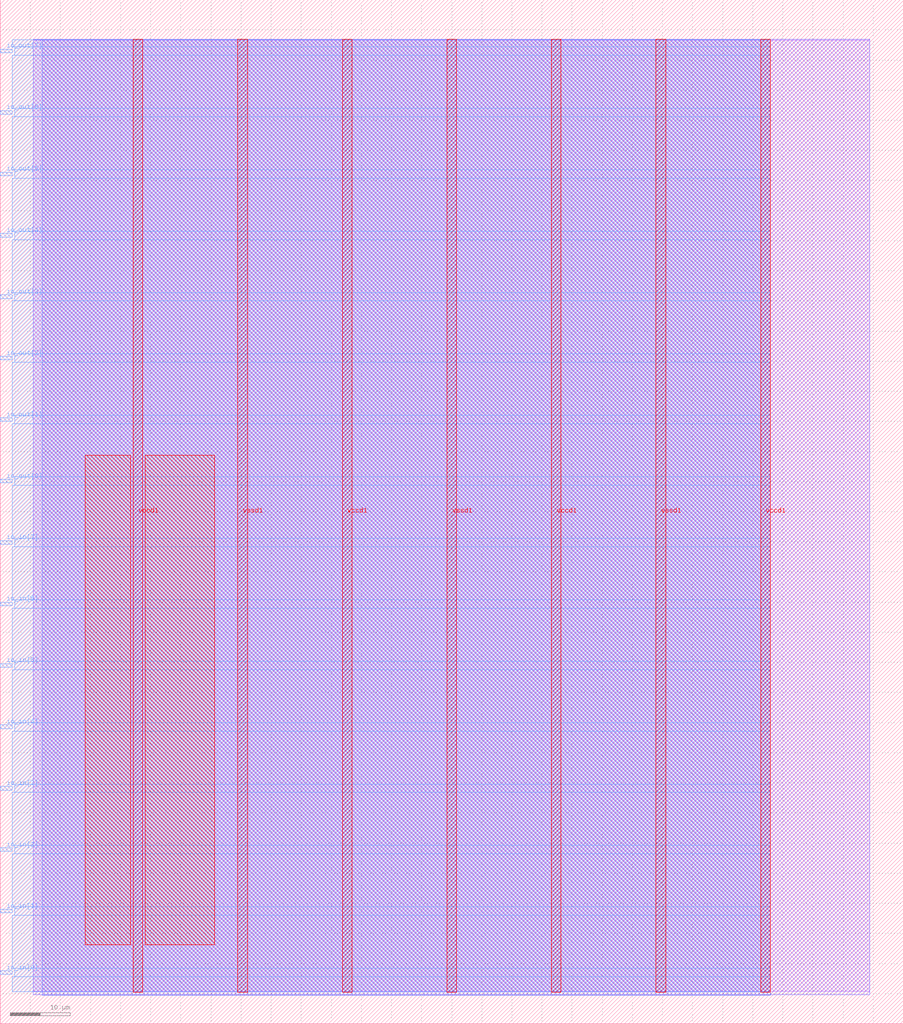
<source format=lef>
VERSION 5.7 ;
  NOWIREEXTENSIONATPIN ON ;
  DIVIDERCHAR "/" ;
  BUSBITCHARS "[]" ;
MACRO asinghani_beepboop
  CLASS BLOCK ;
  FOREIGN asinghani_beepboop ;
  ORIGIN 0.000 0.000 ;
  SIZE 150.000 BY 170.000 ;
  PIN io_in[0]
    DIRECTION INPUT ;
    USE SIGNAL ;
    PORT
      LAYER met3 ;
        RECT 0.000 8.200 2.000 8.800 ;
    END
  END io_in[0]
  PIN io_in[1]
    DIRECTION INPUT ;
    USE SIGNAL ;
    PORT
      LAYER met3 ;
        RECT 0.000 18.400 2.000 19.000 ;
    END
  END io_in[1]
  PIN io_in[2]
    DIRECTION INPUT ;
    USE SIGNAL ;
    PORT
      LAYER met3 ;
        RECT 0.000 28.600 2.000 29.200 ;
    END
  END io_in[2]
  PIN io_in[3]
    DIRECTION INPUT ;
    USE SIGNAL ;
    PORT
      LAYER met3 ;
        RECT 0.000 38.800 2.000 39.400 ;
    END
  END io_in[3]
  PIN io_in[4]
    DIRECTION INPUT ;
    USE SIGNAL ;
    PORT
      LAYER met3 ;
        RECT 0.000 49.000 2.000 49.600 ;
    END
  END io_in[4]
  PIN io_in[5]
    DIRECTION INPUT ;
    USE SIGNAL ;
    PORT
      LAYER met3 ;
        RECT 0.000 59.200 2.000 59.800 ;
    END
  END io_in[5]
  PIN io_in[6]
    DIRECTION INPUT ;
    USE SIGNAL ;
    PORT
      LAYER met3 ;
        RECT 0.000 69.400 2.000 70.000 ;
    END
  END io_in[6]
  PIN io_in[7]
    DIRECTION INPUT ;
    USE SIGNAL ;
    PORT
      LAYER met3 ;
        RECT 0.000 79.600 2.000 80.200 ;
    END
  END io_in[7]
  PIN io_out[0]
    DIRECTION OUTPUT TRISTATE ;
    USE SIGNAL ;
    PORT
      LAYER met3 ;
        RECT 0.000 89.800 2.000 90.400 ;
    END
  END io_out[0]
  PIN io_out[1]
    DIRECTION OUTPUT TRISTATE ;
    USE SIGNAL ;
    PORT
      LAYER met3 ;
        RECT 0.000 100.000 2.000 100.600 ;
    END
  END io_out[1]
  PIN io_out[2]
    DIRECTION OUTPUT TRISTATE ;
    USE SIGNAL ;
    PORT
      LAYER met3 ;
        RECT 0.000 110.200 2.000 110.800 ;
    END
  END io_out[2]
  PIN io_out[3]
    DIRECTION OUTPUT TRISTATE ;
    USE SIGNAL ;
    PORT
      LAYER met3 ;
        RECT 0.000 120.400 2.000 121.000 ;
    END
  END io_out[3]
  PIN io_out[4]
    DIRECTION OUTPUT TRISTATE ;
    USE SIGNAL ;
    PORT
      LAYER met3 ;
        RECT 0.000 130.600 2.000 131.200 ;
    END
  END io_out[4]
  PIN io_out[5]
    DIRECTION OUTPUT TRISTATE ;
    USE SIGNAL ;
    PORT
      LAYER met3 ;
        RECT 0.000 140.800 2.000 141.400 ;
    END
  END io_out[5]
  PIN io_out[6]
    DIRECTION OUTPUT TRISTATE ;
    USE SIGNAL ;
    PORT
      LAYER met3 ;
        RECT 0.000 151.000 2.000 151.600 ;
    END
  END io_out[6]
  PIN io_out[7]
    DIRECTION OUTPUT TRISTATE ;
    USE SIGNAL ;
    PORT
      LAYER met3 ;
        RECT 0.000 161.200 2.000 161.800 ;
    END
  END io_out[7]
  PIN vccd1
    DIRECTION INOUT ;
    USE POWER ;
    PORT
      LAYER met4 ;
        RECT 22.090 5.200 23.690 163.440 ;
    END
    PORT
      LAYER met4 ;
        RECT 56.830 5.200 58.430 163.440 ;
    END
    PORT
      LAYER met4 ;
        RECT 91.570 5.200 93.170 163.440 ;
    END
    PORT
      LAYER met4 ;
        RECT 126.310 5.200 127.910 163.440 ;
    END
  END vccd1
  PIN vssd1
    DIRECTION INOUT ;
    USE GROUND ;
    PORT
      LAYER met4 ;
        RECT 39.460 5.200 41.060 163.440 ;
    END
    PORT
      LAYER met4 ;
        RECT 74.200 5.200 75.800 163.440 ;
    END
    PORT
      LAYER met4 ;
        RECT 108.940 5.200 110.540 163.440 ;
    END
  END vssd1
  OBS
      LAYER li1 ;
        RECT 5.520 5.355 144.440 163.285 ;
      LAYER met1 ;
        RECT 5.520 4.800 144.440 163.440 ;
      LAYER met2 ;
        RECT 6.990 4.770 127.880 163.385 ;
      LAYER met3 ;
        RECT 2.000 162.200 127.900 163.365 ;
        RECT 2.400 160.800 127.900 162.200 ;
        RECT 2.000 152.000 127.900 160.800 ;
        RECT 2.400 150.600 127.900 152.000 ;
        RECT 2.000 141.800 127.900 150.600 ;
        RECT 2.400 140.400 127.900 141.800 ;
        RECT 2.000 131.600 127.900 140.400 ;
        RECT 2.400 130.200 127.900 131.600 ;
        RECT 2.000 121.400 127.900 130.200 ;
        RECT 2.400 120.000 127.900 121.400 ;
        RECT 2.000 111.200 127.900 120.000 ;
        RECT 2.400 109.800 127.900 111.200 ;
        RECT 2.000 101.000 127.900 109.800 ;
        RECT 2.400 99.600 127.900 101.000 ;
        RECT 2.000 90.800 127.900 99.600 ;
        RECT 2.400 89.400 127.900 90.800 ;
        RECT 2.000 80.600 127.900 89.400 ;
        RECT 2.400 79.200 127.900 80.600 ;
        RECT 2.000 70.400 127.900 79.200 ;
        RECT 2.400 69.000 127.900 70.400 ;
        RECT 2.000 60.200 127.900 69.000 ;
        RECT 2.400 58.800 127.900 60.200 ;
        RECT 2.000 50.000 127.900 58.800 ;
        RECT 2.400 48.600 127.900 50.000 ;
        RECT 2.000 39.800 127.900 48.600 ;
        RECT 2.400 38.400 127.900 39.800 ;
        RECT 2.000 29.600 127.900 38.400 ;
        RECT 2.400 28.200 127.900 29.600 ;
        RECT 2.000 19.400 127.900 28.200 ;
        RECT 2.400 18.000 127.900 19.400 ;
        RECT 2.000 9.200 127.900 18.000 ;
        RECT 2.400 7.800 127.900 9.200 ;
        RECT 2.000 5.275 127.900 7.800 ;
      LAYER met4 ;
        RECT 14.095 13.095 21.690 94.345 ;
        RECT 24.090 13.095 35.585 94.345 ;
  END
END asinghani_beepboop
END LIBRARY


</source>
